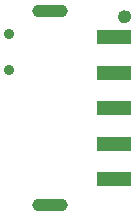
<source format=gbr>
%TF.GenerationSoftware,KiCad,Pcbnew,(6.0.5-0)*%
%TF.CreationDate,2025-01-27T20:14:52-05:00*%
%TF.ProjectId,PICOGAUGEADAPTER,5049434f-4741-4554-9745-414441505445,rev?*%
%TF.SameCoordinates,Original*%
%TF.FileFunction,Soldermask,Bot*%
%TF.FilePolarity,Negative*%
%FSLAX46Y46*%
G04 Gerber Fmt 4.6, Leading zero omitted, Abs format (unit mm)*
G04 Created by KiCad (PCBNEW (6.0.5-0)) date 2025-01-27 20:14:52*
%MOMM*%
%LPD*%
G01*
G04 APERTURE LIST*
%ADD10C,0.760000*%
%ADD11C,0.900000*%
%ADD12R,2.921000X1.270000*%
%ADD13O,3.000000X1.100000*%
G04 APERTURE END LIST*
D10*
%TO.C,J1*%
X162440000Y-84000000D02*
G75*
G03*
X162440000Y-84000000I-190000J0D01*
G01*
%TD*%
D11*
%TO.C,S1*%
X152420000Y-85500000D03*
X152420000Y-88500000D03*
%TD*%
D12*
%TO.C,J1*%
X161370000Y-85750002D03*
X161370000Y-88750001D03*
X161370000Y-91750000D03*
X161370000Y-94749999D03*
X161370000Y-97749998D03*
D13*
X155900000Y-99965000D03*
X155900000Y-83535000D03*
%TD*%
M02*

</source>
